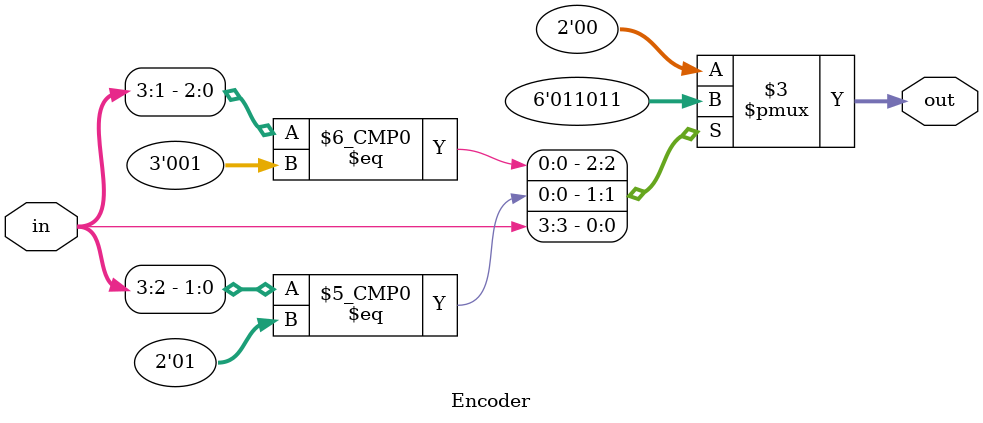
<source format=v>
module Encoder(out,in);
input [3:0]in;
output reg [1:0]out;

always @ (in)

begin 
  casex(in)
     4'b0001:out=2'b00;
     4'b001x:out=2'b01;
     4'b01xx:out=2'b10;
     4'b1xxx:out=2'b11;
     default:out=2'b00;
   endcase
  end
endmodule 
</source>
